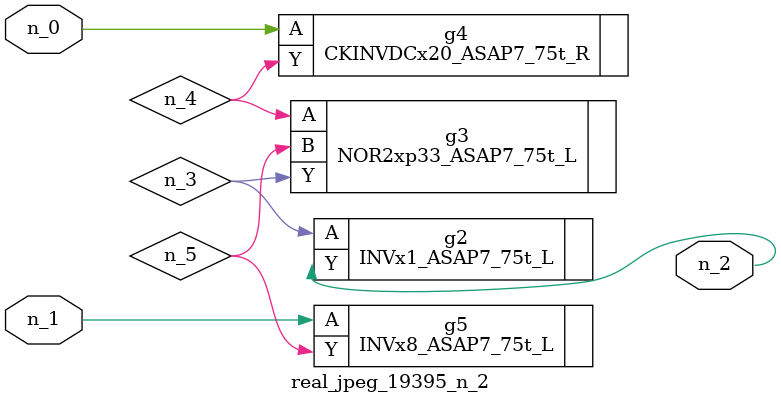
<source format=v>
module real_jpeg_19395_n_2 (n_1, n_0, n_2);

input n_1;
input n_0;

output n_2;

wire n_5;
wire n_4;
wire n_3;

CKINVDCx20_ASAP7_75t_R g4 ( 
.A(n_0),
.Y(n_4)
);

INVx8_ASAP7_75t_L g5 ( 
.A(n_1),
.Y(n_5)
);

INVx1_ASAP7_75t_L g2 ( 
.A(n_3),
.Y(n_2)
);

NOR2xp33_ASAP7_75t_L g3 ( 
.A(n_4),
.B(n_5),
.Y(n_3)
);


endmodule
</source>
